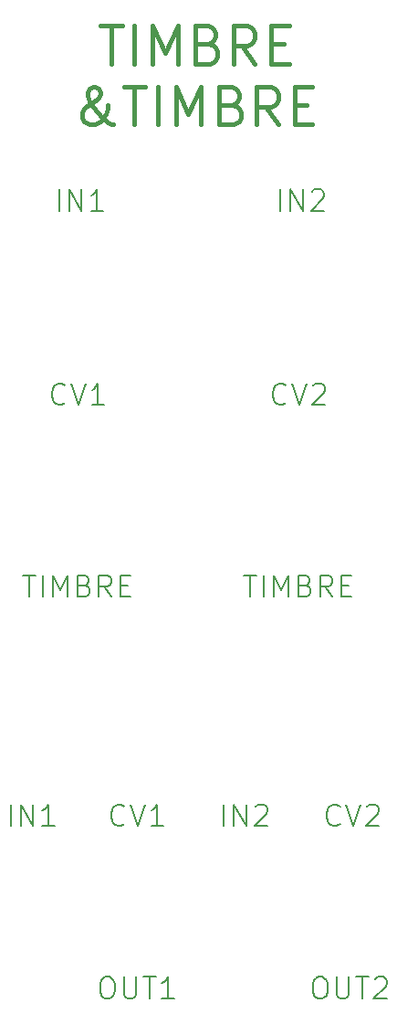
<source format=gbr>
G04 #@! TF.GenerationSoftware,KiCad,Pcbnew,(5.1.5-0)*
G04 #@! TF.CreationDate,2021-01-11T19:07:23-08:00*
G04 #@! TF.ProjectId,dualtimbre,6475616c-7469-46d6-9272-652e6b696361,rev?*
G04 #@! TF.SameCoordinates,Original*
G04 #@! TF.FileFunction,Legend,Top*
G04 #@! TF.FilePolarity,Positive*
%FSLAX46Y46*%
G04 Gerber Fmt 4.6, Leading zero omitted, Abs format (unit mm)*
G04 Created by KiCad (PCBNEW (5.1.5-0)) date 2021-01-11 19:07:23*
%MOMM*%
%LPD*%
G04 APERTURE LIST*
%ADD10C,0.400000*%
%ADD11C,0.200000*%
G04 APERTURE END LIST*
D10*
X11333333Y-1008333D02*
X13333333Y-1008333D01*
X12333333Y-4508333D02*
X12333333Y-1008333D01*
X14500000Y-4508333D02*
X14500000Y-1008333D01*
X16166666Y-4508333D02*
X16166666Y-1008333D01*
X17333333Y-3508333D01*
X18500000Y-1008333D01*
X18500000Y-4508333D01*
X21333333Y-2675000D02*
X21833333Y-2841666D01*
X22000000Y-3008333D01*
X22166666Y-3341666D01*
X22166666Y-3841666D01*
X22000000Y-4175000D01*
X21833333Y-4341666D01*
X21500000Y-4508333D01*
X20166666Y-4508333D01*
X20166666Y-1008333D01*
X21333333Y-1008333D01*
X21666666Y-1175000D01*
X21833333Y-1341666D01*
X22000000Y-1675000D01*
X22000000Y-2008333D01*
X21833333Y-2341666D01*
X21666666Y-2508333D01*
X21333333Y-2675000D01*
X20166666Y-2675000D01*
X25666666Y-4508333D02*
X24500000Y-2841666D01*
X23666666Y-4508333D02*
X23666666Y-1008333D01*
X25000000Y-1008333D01*
X25333333Y-1175000D01*
X25500000Y-1341666D01*
X25666666Y-1675000D01*
X25666666Y-2175000D01*
X25500000Y-2508333D01*
X25333333Y-2675000D01*
X25000000Y-2841666D01*
X23666666Y-2841666D01*
X27166666Y-2675000D02*
X28333333Y-2675000D01*
X28833333Y-4508333D02*
X27166666Y-4508333D01*
X27166666Y-1008333D01*
X28833333Y-1008333D01*
X12500000Y-10158333D02*
X12333333Y-10158333D01*
X12000000Y-9991666D01*
X11500000Y-9491666D01*
X10666666Y-8491666D01*
X10333333Y-7991666D01*
X10166666Y-7491666D01*
X10166666Y-7158333D01*
X10333333Y-6825000D01*
X10666666Y-6658333D01*
X10833333Y-6658333D01*
X11166666Y-6825000D01*
X11333333Y-7158333D01*
X11333333Y-7325000D01*
X11166666Y-7658333D01*
X11000000Y-7825000D01*
X10000000Y-8491666D01*
X9833333Y-8658333D01*
X9666666Y-8991666D01*
X9666666Y-9491666D01*
X9833333Y-9825000D01*
X10000000Y-9991666D01*
X10333333Y-10158333D01*
X10833333Y-10158333D01*
X11166666Y-9991666D01*
X11333333Y-9825000D01*
X11833333Y-9158333D01*
X12000000Y-8658333D01*
X12000000Y-8325000D01*
X13500000Y-6658333D02*
X15500000Y-6658333D01*
X14500000Y-10158333D02*
X14500000Y-6658333D01*
X16666666Y-10158333D02*
X16666666Y-6658333D01*
X18333333Y-10158333D02*
X18333333Y-6658333D01*
X19500000Y-9158333D01*
X20666666Y-6658333D01*
X20666666Y-10158333D01*
X23500000Y-8325000D02*
X24000000Y-8491666D01*
X24166666Y-8658333D01*
X24333333Y-8991666D01*
X24333333Y-9491666D01*
X24166666Y-9825000D01*
X24000000Y-9991666D01*
X23666666Y-10158333D01*
X22333333Y-10158333D01*
X22333333Y-6658333D01*
X23500000Y-6658333D01*
X23833333Y-6825000D01*
X24000000Y-6991666D01*
X24166666Y-7325000D01*
X24166666Y-7658333D01*
X24000000Y-7991666D01*
X23833333Y-8158333D01*
X23500000Y-8325000D01*
X22333333Y-8325000D01*
X27833333Y-10158333D02*
X26666666Y-8491666D01*
X25833333Y-10158333D02*
X25833333Y-6658333D01*
X27166666Y-6658333D01*
X27500000Y-6825000D01*
X27666666Y-6991666D01*
X27833333Y-7325000D01*
X27833333Y-7825000D01*
X27666666Y-8158333D01*
X27500000Y-8325000D01*
X27166666Y-8491666D01*
X25833333Y-8491666D01*
X29333333Y-8325000D02*
X30500000Y-8325000D01*
X31000000Y-10158333D02*
X29333333Y-10158333D01*
X29333333Y-6658333D01*
X31000000Y-6658333D01*
D11*
X24654761Y-51904761D02*
X25797619Y-51904761D01*
X25226190Y-53904761D02*
X25226190Y-51904761D01*
X26464285Y-53904761D02*
X26464285Y-51904761D01*
X27416666Y-53904761D02*
X27416666Y-51904761D01*
X28083333Y-53333333D01*
X28750000Y-51904761D01*
X28750000Y-53904761D01*
X30369047Y-52857142D02*
X30654761Y-52952380D01*
X30750000Y-53047619D01*
X30845238Y-53238095D01*
X30845238Y-53523809D01*
X30750000Y-53714285D01*
X30654761Y-53809523D01*
X30464285Y-53904761D01*
X29702380Y-53904761D01*
X29702380Y-51904761D01*
X30369047Y-51904761D01*
X30559523Y-52000000D01*
X30654761Y-52095238D01*
X30750000Y-52285714D01*
X30750000Y-52476190D01*
X30654761Y-52666666D01*
X30559523Y-52761904D01*
X30369047Y-52857142D01*
X29702380Y-52857142D01*
X32845238Y-53904761D02*
X32178571Y-52952380D01*
X31702380Y-53904761D02*
X31702380Y-51904761D01*
X32464285Y-51904761D01*
X32654761Y-52000000D01*
X32750000Y-52095238D01*
X32845238Y-52285714D01*
X32845238Y-52571428D01*
X32750000Y-52761904D01*
X32654761Y-52857142D01*
X32464285Y-52952380D01*
X31702380Y-52952380D01*
X33702380Y-52857142D02*
X34369047Y-52857142D01*
X34654761Y-53904761D02*
X33702380Y-53904761D01*
X33702380Y-51904761D01*
X34654761Y-51904761D01*
X28559523Y-35964285D02*
X28464285Y-36059523D01*
X28178571Y-36154761D01*
X27988095Y-36154761D01*
X27702380Y-36059523D01*
X27511904Y-35869047D01*
X27416666Y-35678571D01*
X27321428Y-35297619D01*
X27321428Y-35011904D01*
X27416666Y-34630952D01*
X27511904Y-34440476D01*
X27702380Y-34250000D01*
X27988095Y-34154761D01*
X28178571Y-34154761D01*
X28464285Y-34250000D01*
X28559523Y-34345238D01*
X29130952Y-34154761D02*
X29797619Y-36154761D01*
X30464285Y-34154761D01*
X31035714Y-34345238D02*
X31130952Y-34250000D01*
X31321428Y-34154761D01*
X31797619Y-34154761D01*
X31988095Y-34250000D01*
X32083333Y-34345238D01*
X32178571Y-34535714D01*
X32178571Y-34726190D01*
X32083333Y-35011904D01*
X30940476Y-36154761D01*
X32178571Y-36154761D01*
X28000000Y-18154761D02*
X28000000Y-16154761D01*
X28952380Y-18154761D02*
X28952380Y-16154761D01*
X30095238Y-18154761D01*
X30095238Y-16154761D01*
X30952380Y-16345238D02*
X31047619Y-16250000D01*
X31238095Y-16154761D01*
X31714285Y-16154761D01*
X31904761Y-16250000D01*
X32000000Y-16345238D01*
X32095238Y-16535714D01*
X32095238Y-16726190D01*
X32000000Y-17011904D01*
X30857142Y-18154761D01*
X32095238Y-18154761D01*
X7500000Y-18154761D02*
X7500000Y-16154761D01*
X8452380Y-18154761D02*
X8452380Y-16154761D01*
X9595238Y-18154761D01*
X9595238Y-16154761D01*
X11595238Y-18154761D02*
X10452380Y-18154761D01*
X11023809Y-18154761D02*
X11023809Y-16154761D01*
X10833333Y-16440476D01*
X10642857Y-16630952D01*
X10452380Y-16726190D01*
X8059523Y-35964285D02*
X7964285Y-36059523D01*
X7678571Y-36154761D01*
X7488095Y-36154761D01*
X7202380Y-36059523D01*
X7011904Y-35869047D01*
X6916666Y-35678571D01*
X6821428Y-35297619D01*
X6821428Y-35011904D01*
X6916666Y-34630952D01*
X7011904Y-34440476D01*
X7202380Y-34250000D01*
X7488095Y-34154761D01*
X7678571Y-34154761D01*
X7964285Y-34250000D01*
X8059523Y-34345238D01*
X8630952Y-34154761D02*
X9297619Y-36154761D01*
X9964285Y-34154761D01*
X11678571Y-36154761D02*
X10535714Y-36154761D01*
X11107142Y-36154761D02*
X11107142Y-34154761D01*
X10916666Y-34440476D01*
X10726190Y-34630952D01*
X10535714Y-34726190D01*
X4154761Y-51904761D02*
X5297619Y-51904761D01*
X4726190Y-53904761D02*
X4726190Y-51904761D01*
X5964285Y-53904761D02*
X5964285Y-51904761D01*
X6916666Y-53904761D02*
X6916666Y-51904761D01*
X7583333Y-53333333D01*
X8250000Y-51904761D01*
X8250000Y-53904761D01*
X9869047Y-52857142D02*
X10154761Y-52952380D01*
X10250000Y-53047619D01*
X10345238Y-53238095D01*
X10345238Y-53523809D01*
X10250000Y-53714285D01*
X10154761Y-53809523D01*
X9964285Y-53904761D01*
X9202380Y-53904761D01*
X9202380Y-51904761D01*
X9869047Y-51904761D01*
X10059523Y-52000000D01*
X10154761Y-52095238D01*
X10250000Y-52285714D01*
X10250000Y-52476190D01*
X10154761Y-52666666D01*
X10059523Y-52761904D01*
X9869047Y-52857142D01*
X9202380Y-52857142D01*
X12345238Y-53904761D02*
X11678571Y-52952380D01*
X11202380Y-53904761D02*
X11202380Y-51904761D01*
X11964285Y-51904761D01*
X12154761Y-52000000D01*
X12250000Y-52095238D01*
X12345238Y-52285714D01*
X12345238Y-52571428D01*
X12250000Y-52761904D01*
X12154761Y-52857142D01*
X11964285Y-52952380D01*
X11202380Y-52952380D01*
X13202380Y-52857142D02*
X13869047Y-52857142D01*
X14154761Y-53904761D02*
X13202380Y-53904761D01*
X13202380Y-51904761D01*
X14154761Y-51904761D01*
X31547619Y-89154761D02*
X31928571Y-89154761D01*
X32119047Y-89250000D01*
X32309523Y-89440476D01*
X32404761Y-89821428D01*
X32404761Y-90488095D01*
X32309523Y-90869047D01*
X32119047Y-91059523D01*
X31928571Y-91154761D01*
X31547619Y-91154761D01*
X31357142Y-91059523D01*
X31166666Y-90869047D01*
X31071428Y-90488095D01*
X31071428Y-89821428D01*
X31166666Y-89440476D01*
X31357142Y-89250000D01*
X31547619Y-89154761D01*
X33261904Y-89154761D02*
X33261904Y-90773809D01*
X33357142Y-90964285D01*
X33452380Y-91059523D01*
X33642857Y-91154761D01*
X34023809Y-91154761D01*
X34214285Y-91059523D01*
X34309523Y-90964285D01*
X34404761Y-90773809D01*
X34404761Y-89154761D01*
X35071428Y-89154761D02*
X36214285Y-89154761D01*
X35642857Y-91154761D02*
X35642857Y-89154761D01*
X36785714Y-89345238D02*
X36880952Y-89250000D01*
X37071428Y-89154761D01*
X37547619Y-89154761D01*
X37738095Y-89250000D01*
X37833333Y-89345238D01*
X37928571Y-89535714D01*
X37928571Y-89726190D01*
X37833333Y-90011904D01*
X36690476Y-91154761D01*
X37928571Y-91154761D01*
X11797619Y-89154761D02*
X12178571Y-89154761D01*
X12369047Y-89250000D01*
X12559523Y-89440476D01*
X12654761Y-89821428D01*
X12654761Y-90488095D01*
X12559523Y-90869047D01*
X12369047Y-91059523D01*
X12178571Y-91154761D01*
X11797619Y-91154761D01*
X11607142Y-91059523D01*
X11416666Y-90869047D01*
X11321428Y-90488095D01*
X11321428Y-89821428D01*
X11416666Y-89440476D01*
X11607142Y-89250000D01*
X11797619Y-89154761D01*
X13511904Y-89154761D02*
X13511904Y-90773809D01*
X13607142Y-90964285D01*
X13702380Y-91059523D01*
X13892857Y-91154761D01*
X14273809Y-91154761D01*
X14464285Y-91059523D01*
X14559523Y-90964285D01*
X14654761Y-90773809D01*
X14654761Y-89154761D01*
X15321428Y-89154761D02*
X16464285Y-89154761D01*
X15892857Y-91154761D02*
X15892857Y-89154761D01*
X18178571Y-91154761D02*
X17035714Y-91154761D01*
X17607142Y-91154761D02*
X17607142Y-89154761D01*
X17416666Y-89440476D01*
X17226190Y-89630952D01*
X17035714Y-89726190D01*
X3000000Y-75154761D02*
X3000000Y-73154761D01*
X3952380Y-75154761D02*
X3952380Y-73154761D01*
X5095238Y-75154761D01*
X5095238Y-73154761D01*
X7095238Y-75154761D02*
X5952380Y-75154761D01*
X6523809Y-75154761D02*
X6523809Y-73154761D01*
X6333333Y-73440476D01*
X6142857Y-73630952D01*
X5952380Y-73726190D01*
X33559523Y-74964285D02*
X33464285Y-75059523D01*
X33178571Y-75154761D01*
X32988095Y-75154761D01*
X32702380Y-75059523D01*
X32511904Y-74869047D01*
X32416666Y-74678571D01*
X32321428Y-74297619D01*
X32321428Y-74011904D01*
X32416666Y-73630952D01*
X32511904Y-73440476D01*
X32702380Y-73250000D01*
X32988095Y-73154761D01*
X33178571Y-73154761D01*
X33464285Y-73250000D01*
X33559523Y-73345238D01*
X34130952Y-73154761D02*
X34797619Y-75154761D01*
X35464285Y-73154761D01*
X36035714Y-73345238D02*
X36130952Y-73250000D01*
X36321428Y-73154761D01*
X36797619Y-73154761D01*
X36988095Y-73250000D01*
X37083333Y-73345238D01*
X37178571Y-73535714D01*
X37178571Y-73726190D01*
X37083333Y-74011904D01*
X35940476Y-75154761D01*
X37178571Y-75154761D01*
X22750000Y-75154761D02*
X22750000Y-73154761D01*
X23702380Y-75154761D02*
X23702380Y-73154761D01*
X24845238Y-75154761D01*
X24845238Y-73154761D01*
X25702380Y-73345238D02*
X25797619Y-73250000D01*
X25988095Y-73154761D01*
X26464285Y-73154761D01*
X26654761Y-73250000D01*
X26750000Y-73345238D01*
X26845238Y-73535714D01*
X26845238Y-73726190D01*
X26750000Y-74011904D01*
X25607142Y-75154761D01*
X26845238Y-75154761D01*
X13559523Y-74964285D02*
X13464285Y-75059523D01*
X13178571Y-75154761D01*
X12988095Y-75154761D01*
X12702380Y-75059523D01*
X12511904Y-74869047D01*
X12416666Y-74678571D01*
X12321428Y-74297619D01*
X12321428Y-74011904D01*
X12416666Y-73630952D01*
X12511904Y-73440476D01*
X12702380Y-73250000D01*
X12988095Y-73154761D01*
X13178571Y-73154761D01*
X13464285Y-73250000D01*
X13559523Y-73345238D01*
X14130952Y-73154761D02*
X14797619Y-75154761D01*
X15464285Y-73154761D01*
X17178571Y-75154761D02*
X16035714Y-75154761D01*
X16607142Y-75154761D02*
X16607142Y-73154761D01*
X16416666Y-73440476D01*
X16226190Y-73630952D01*
X16035714Y-73726190D01*
M02*

</source>
